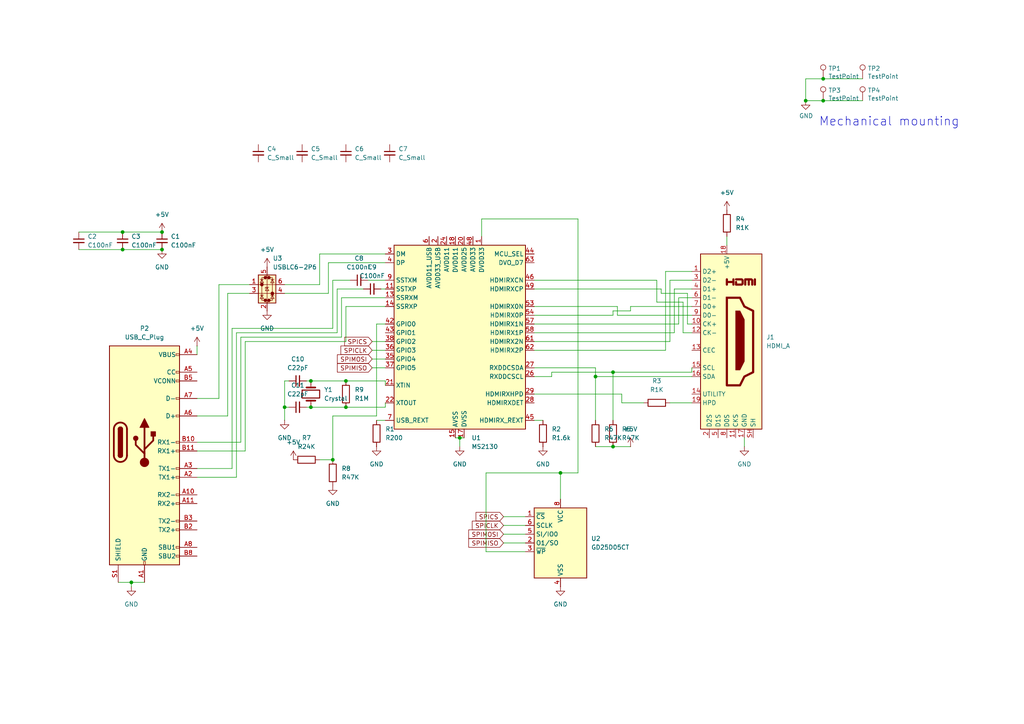
<source format=kicad_sch>
(kicad_sch (version 20250114) (generator "eeschema") (generator_version "9.0")
  (paper "A4")
  (title_block (title "Expansion Card Template") (date "2020-12-12") (rev "X1") (company "Framework") (comment 1 "This work is licensed under a Creative Commons Attribution 4.0 International License") (comment 4 "https://frame.work"))
  (lib_symbols
    (symbol "Connector:HDMI_A"
      (property "Reference" "J" (at -6.35 26.67 0))
      (property "Value" "HDMI_A" (at 10.16 26.67 0))
      (symbol "HDMI_A_0_0"
        (polyline (pts (xy 0 16.51) (xy 0 18.034) (xy 0 17.272) (xy 1.905 17.272) (xy 1.905 18.034) (xy 1.905 16.51)) (stroke (width 0.635)))
        (polyline (pts (xy 2.667 18.034) (xy 4.318 18.034) (xy 4.572 17.78) (xy 4.572 16.764) (xy 4.318 16.51) (xy 2.667 16.51) (xy 2.667 17.272)) (stroke (width 0.635)))
        (polyline (pts (xy 8.128 16.51) (xy 8.128 18.034)) (stroke (width 0.635)))
      )
      (symbol "HDMI_A_0_1"
        (rectangle (start -7.62 25.4) (end 10.16 -25.4) (stroke (width 0.254)) (fill (type background)))
        (polyline (pts (xy 0 12.7) (xy 0 -12.7) (xy 3.81 -12.7) (xy 5.08 -10.16) (xy 7.62 -8.89) (xy 7.62 8.89) (xy 5.08 10.16) (xy 3.81 12.7) (xy 0 12.7)) (stroke (width 0.635)))
        (polyline (pts (xy 2.54 8.89) (xy 3.81 8.89) (xy 5.08 6.35) (xy 5.08 -5.715) (xy 3.81 -8.255) (xy 2.54 -8.255) (xy 2.54 8.89)) (fill (type outline)))
        (polyline (pts (xy 5.334 16.51) (xy 5.334 18.034) (xy 6.35 18.034) (xy 6.35 16.51) (xy 6.35 18.034) (xy 7.112 18.034) (xy 7.366 17.78) (xy 7.366 16.51)) (stroke (width 0.635)))
      )
      (symbol "HDMI_A_1_1"
        (pin passive line (at -10.16 20.32 0) (length 2.54) (name "D2+") (number "1"))
        (pin passive line (at -10.16 17.78 0) (length 2.54) (name "D2-") (number "3"))
        (pin passive line (at -10.16 15.24 0) (length 2.54) (name "D1+") (number "4"))
        (pin passive line (at -10.16 12.7 0) (length 2.54) (name "D1-") (number "6"))
        (pin passive line (at -10.16 10.16 0) (length 2.54) (name "D0+") (number "7"))
        (pin passive line (at -10.16 7.62 0) (length 2.54) (name "D0-") (number "9"))
        (pin passive line (at -10.16 5.08 0) (length 2.54) (name "CK+") (number "10"))
        (pin passive line (at -10.16 2.54 0) (length 2.54) (name "CK-") (number "12"))
        (pin bidirectional line (at -10.16 -2.54 0) (length 2.54) (name "CEC") (number "13"))
        (pin passive line (at -10.16 -7.62 0) (length 2.54) (name "SCL") (number "15"))
        (pin bidirectional line (at -10.16 -10.16 0) (length 2.54) (name "SDA") (number "16"))
        (pin passive line (at -10.16 -15.24 0) (length 2.54) (name "UTILITY") (number "14"))
        (pin passive line (at -10.16 -17.78 0) (length 2.54) (name "HPD") (number "19"))
        (pin power_in line (at -5.08 -27.94 90) (length 2.54) (name "D2S") (number "2"))
        (pin power_in line (at -2.54 -27.94 90) (length 2.54) (name "D1S") (number "5"))
        (pin power_in line (at 0 27.94 270) (length 2.54) (name "+5V") (number "18"))
        (pin power_in line (at 0 -27.94 90) (length 2.54) (name "D0S") (number "8"))
        (pin power_in line (at 2.54 -27.94 90) (length 2.54) (name "CKS") (number "11"))
        (pin power_in line (at 5.08 -27.94 90) (length 2.54) (name "GND") (number "17"))
        (pin passive line (at 7.62 -27.94 90) (length 2.54) (name "SH") (number "SH"))
      )
    )
    (symbol "Connector:TestPoint" (pin_numbers (hide yes)) (pin_names (offset 0.762) (hide yes))
      (property "Reference" "TP" (at 0 6.858 0))
      (property "Value" "TestPoint" (at 0 5.08 0))
      (symbol "TestPoint_0_1"
        (circle (center 0 3.302) (radius 0.762))
      )
      (symbol "TestPoint_1_1"
        (pin passive line (at 0 0 90) (length 2.54) (name "1") (number "1"))
      )
    )
    (symbol "Connector:USB_C_Plug" (pin_names (offset 1.016))
      (property "Reference" "P" (at -10.16 29.21 0))
      (property "Value" "USB_C_Plug" (at 10.16 29.21 0))
      (symbol "USB_C_Plug_0_0"
        (rectangle (start -0.254 -35.56) (end 0.254 -34.544))
        (rectangle (start 10.16 25.654) (end 9.144 25.146))
        (rectangle (start 10.16 20.574) (end 9.144 20.066))
        (rectangle (start 10.16 18.034) (end 9.144 17.526))
        (rectangle (start 10.16 12.954) (end 9.144 12.446))
        (rectangle (start 10.16 7.874) (end 9.144 7.366))
        (rectangle (start 10.16 0.254) (end 9.144 -0.254))
        (rectangle (start 10.16 -2.286) (end 9.144 -2.794))
        (rectangle (start 10.16 -7.366) (end 9.144 -7.874))
        (rectangle (start 10.16 -9.906) (end 9.144 -10.414))
        (rectangle (start 10.16 -14.986) (end 9.144 -15.494))
        (rectangle (start 10.16 -17.526) (end 9.144 -18.034))
        (rectangle (start 10.16 -22.606) (end 9.144 -23.114))
        (rectangle (start 10.16 -25.146) (end 9.144 -25.654))
        (rectangle (start 10.16 -30.226) (end 9.144 -30.734))
        (rectangle (start 10.16 -32.766) (end 9.144 -33.274))
      )
      (symbol "USB_C_Plug_0_1"
        (rectangle (start -10.16 27.94) (end 10.16 -35.56) (stroke (width 0.254)) (fill (type background)))
        (polyline (pts (xy -8.89 -3.81) (xy -8.89 3.81)) (stroke (width 0.508)))
        (rectangle (start -7.62 -3.81) (end -6.35 3.81) (stroke (width 0.254)) (fill (type outline)))
        (arc (start -7.62 3.81) (mid -6.985 4.4423) (end -6.35 3.81) (stroke (width 0.254)))
        (arc (start -7.62 3.81) (mid -6.985 4.4423) (end -6.35 3.81) (stroke (width 0.254)) (fill (type outline)))
        (arc (start -8.89 3.81) (mid -6.985 5.7067) (end -5.08 3.81) (stroke (width 0.508)))
        (arc (start -5.08 -3.81) (mid -6.985 -5.7067) (end -8.89 -3.81) (stroke (width 0.508)))
        (arc (start -6.35 -3.81) (mid -6.985 -4.4423) (end -7.62 -3.81) (stroke (width 0.254)))
        (arc (start -6.35 -3.81) (mid -6.985 -4.4423) (end -7.62 -3.81) (stroke (width 0.254)) (fill (type outline)))
        (polyline (pts (xy -5.08 3.81) (xy -5.08 -3.81)) (stroke (width 0.508)))
      )
      (symbol "USB_C_Plug_1_1"
        (circle (center -2.54 1.143) (radius 0.635) (stroke (width 0.254)) (fill (type outline)))
        (polyline (pts (xy -1.27 4.318) (xy 0 6.858) (xy 1.27 4.318) (xy -1.27 4.318)) (stroke (width 0.254)) (fill (type outline)))
        (polyline (pts (xy 0 -2.032) (xy 2.54 0.508) (xy 2.54 1.778)) (stroke (width 0.508)))
        (polyline (pts (xy 0 -3.302) (xy -2.54 -0.762) (xy -2.54 0.508)) (stroke (width 0.508)))
        (polyline (pts (xy 0 -5.842) (xy 0 4.318)) (stroke (width 0.508)))
        (circle (center 0 -5.842) (radius 1.27) (fill (type outline)))
        (rectangle (start 1.905 1.778) (end 3.175 3.048) (stroke (width 0.254)) (fill (type outline)))
        (pin passive line (at -7.62 -40.64 90) (length 5.08) (name "SHIELD") (number "S1"))
        (pin passive line (at 0 -40.64 90) (length 5.08) (name "GND") (number "A1"))
        (pin passive line (at 0 -40.64 90) (length 5.08) (hide yes) (name "GND") (number "A12"))
        (pin passive line (at 0 -40.64 90) (length 5.08) (hide yes) (name "GND") (number "B1"))
        (pin passive line (at 0 -40.64 90) (length 5.08) (hide yes) (name "GND") (number "B12"))
        (pin passive line (at 15.24 25.4 180) (length 5.08) (name "VBUS") (number "A4"))
        (pin passive line (at 15.24 25.4 180) (length 5.08) (hide yes) (name "VBUS") (number "A9"))
        (pin passive line (at 15.24 25.4 180) (length 5.08) (hide yes) (name "VBUS") (number "B4"))
        (pin passive line (at 15.24 25.4 180) (length 5.08) (hide yes) (name "VBUS") (number "B9"))
        (pin bidirectional line (at 15.24 20.32 180) (length 5.08) (name "CC") (number "A5"))
        (pin bidirectional line (at 15.24 17.78 180) (length 5.08) (name "VCONN") (number "B5"))
        (pin bidirectional line (at 15.24 12.7 180) (length 5.08) (name "D-") (number "A7"))
        (pin bidirectional line (at 15.24 7.62 180) (length 5.08) (name "D+") (number "A6"))
        (pin bidirectional line (at 15.24 0 180) (length 5.08) (name "RX1-") (number "B10"))
        (pin bidirectional line (at 15.24 -2.54 180) (length 5.08) (name "RX1+") (number "B11"))
        (pin bidirectional line (at 15.24 -7.62 180) (length 5.08) (name "TX1-") (number "A3"))
        (pin bidirectional line (at 15.24 -10.16 180) (length 5.08) (name "TX1+") (number "A2"))
        (pin bidirectional line (at 15.24 -15.24 180) (length 5.08) (name "RX2-") (number "A10"))
        (pin bidirectional line (at 15.24 -17.78 180) (length 5.08) (name "RX2+") (number "A11"))
        (pin bidirectional line (at 15.24 -22.86 180) (length 5.08) (name "TX2-") (number "B3"))
        (pin bidirectional line (at 15.24 -25.4 180) (length 5.08) (name "TX2+") (number "B2"))
        (pin bidirectional line (at 15.24 -30.48 180) (length 5.08) (name "SBU1") (number "A8"))
        (pin bidirectional line (at 15.24 -33.02 180) (length 5.08) (name "SBU2") (number "B8"))
      )
    )
    (symbol "Device:C_Small" (pin_numbers (hide yes)) (pin_names (offset 0.254) (hide yes))
      (property "Reference" "C" (at 0.254 1.778 0))
      (property "Value" "C_Small" (at 0.254 -2.032 0))
      (symbol "C_Small_0_1"
        (polyline (pts (xy -1.524 0.508) (xy 1.524 0.508)) (stroke (width 0.3048)))
        (polyline (pts (xy -1.524 -0.508) (xy 1.524 -0.508)) (stroke (width 0.3302)))
      )
      (symbol "C_Small_1_1"
        (pin passive line (at 0 2.54 270) (length 2.032) (name "~") (number "1"))
        (pin passive line (at 0 -2.54 90) (length 2.032) (name "~") (number "2"))
      )
    )
    (symbol "Device:Crystal" (pin_numbers (hide yes)) (pin_names (offset 1.016) (hide yes))
      (property "Reference" "Y" (at 0 3.81 0))
      (property "Value" "Crystal" (at 0 -3.81 0))
      (symbol "Crystal_0_1"
        (polyline (pts (xy -2.54 0) (xy -1.905 0)))
        (polyline (pts (xy -1.905 -1.27) (xy -1.905 1.27)) (stroke (width 0.508)))
        (rectangle (start -1.143 2.54) (end 1.143 -2.54) (stroke (width 0.3048)))
        (polyline (pts (xy 1.905 -1.27) (xy 1.905 1.27)) (stroke (width 0.508)))
        (polyline (pts (xy 2.54 0) (xy 1.905 0)))
      )
      (symbol "Crystal_1_1"
        (pin passive line (at -3.81 0 0) (length 1.27) (name "1") (number "1"))
        (pin passive line (at 3.81 0 180) (length 1.27) (name "2") (number "2"))
      )
    )
    (symbol "Device:R" (pin_numbers (hide yes)) (pin_names (offset 0))
      (property "Reference" "R" (at 2.032 0 90))
      (property "Value" "R" (at 0 0 90))
      (symbol "R_0_1"
        (rectangle (start -1.016 -2.54) (end 1.016 2.54) (stroke (width 0.254)))
      )
      (symbol "R_1_1"
        (pin passive line (at 0 3.81 270) (length 1.27) (name "~") (number "1"))
        (pin passive line (at 0 -3.81 90) (length 1.27) (name "~") (number "2"))
      )
    )
    (symbol "Interface_USB:MS2130"
      (property "Reference" "U" (at -16.764 26.924 0))
      (property "Value" "MS2130" (at 16.256 26.924 0))
      (symbol "MS2130_1_1"
        (rectangle (start -17.78 25.4) (end 20.32 -27.94) (stroke (width 0.254)) (fill (type background)))
        (pin bidirectional line (at -20.32 22.86 0) (length 2.54) (name "DM") (number "3"))
        (pin bidirectional line (at -20.32 20.32 0) (length 2.54) (name "DP") (number "4"))
        (pin output line (at -20.32 15.24 0) (length 2.54) (name "SSTXM") (number "9"))
        (pin output line (at -20.32 12.7 0) (length 2.54) (name "SSTXP") (number "11"))
        (pin input line (at -20.32 10.16 0) (length 2.54) (name "SSRXM") (number "13"))
        (pin input line (at -20.32 7.62 0) (length 2.54) (name "SSRXP") (number "14"))
        (pin bidirectional line (at -20.32 2.54 0) (length 2.54) (name "GPIO0") (number "42"))
        (pin bidirectional line (at -20.32 0 0) (length 2.54) (name "GPIO1") (number "43"))
        (pin bidirectional line (at -20.32 -2.54 0) (length 2.54) (name "GPIO2") (number "38"))
        (pin bidirectional line (at -20.32 -5.08 0) (length 2.54) (name "GPIO3") (number "36"))
        (pin bidirectional line (at -20.32 -7.62 0) (length 2.54) (name "GPIO4") (number "35"))
        (pin bidirectional line (at -20.32 -10.16 0) (length 2.54) (name "GPIO5") (number "37"))
        (pin input line (at -20.32 -15.24 0) (length 2.54) (name "XTIN") (number "21"))
        (pin output line (at -20.32 -20.32 0) (length 2.54) (name "XTOUT") (number "22"))
        (pin output line (at -20.32 -25.4 0) (length 2.54) (name "USB_REXT") (number "7"))
        (pin passive line (at -7.62 27.94 270) (length 2.54) (hide yes) (name "AVDD11_USB") (number "10"))
        (pin passive line (at -7.62 27.94 270) (length 2.54) (hide yes) (name "AVDD11_USB") (number "12"))
        (pin power_in line (at -7.62 27.94 270) (length 2.54) (name "AVDD11_USB") (number "6"))
        (pin power_in line (at -5.08 27.94 270) (length 2.54) (name "AVDD33_USB") (number "2"))
        (pin passive line (at -5.08 27.94 270) (length 2.54) (hide yes) (name "AVDD33_USB") (number "5"))
        (pin passive line (at -5.08 27.94 270) (length 2.54) (hide yes) (name "AVDD33_USB") (number "8"))
        (pin power_in line (at -2.54 27.94 270) (length 2.54) (name "AVDD11") (number "24"))
        (pin passive line (at -2.54 27.94 270) (length 2.54) (hide yes) (name "AVDD11") (number "51"))
        (pin passive line (at -2.54 27.94 270) (length 2.54) (hide yes) (name "AVDD11") (number "55"))
        (pin passive line (at -2.54 27.94 270) (length 2.54) (hide yes) (name "AVDD11") (number "59"))
        (pin power_in line (at 0 27.94 270) (length 2.54) (name "DVDD11") (number "18"))
        (pin passive line (at 0 27.94 270) (length 2.54) (hide yes) (name "DVDD11") (number "39"))
        (pin power_in line (at 0 -30.48 90) (length 2.54) (name "AVSS") (number "15"))
        (pin passive line (at 0 -30.48 90) (length 2.54) (hide yes) (name "AVSS") (number "19"))
        (pin passive line (at 0 -30.48 90) (length 2.54) (hide yes) (name "AVSS") (number "25"))
        (pin passive line (at 0 -30.48 90) (length 2.54) (hide yes) (name "AVSS") (number "50"))
        (pin passive line (at 0 -30.48 90) (length 2.54) (hide yes) (name "AVSS") (number "65"))
        (pin power_in line (at 2.54 27.94 270) (length 2.54) (name "AVDD25") (number "20"))
        (pin passive line (at 2.54 27.94 270) (length 2.54) (hide yes) (name "AVDD25") (number "23"))
        (pin passive line (at 2.54 27.94 270) (length 2.54) (hide yes) (name "AVDD25") (number "47"))
        (pin power_in line (at 2.54 -30.48 90) (length 2.54) (name "DVSS") (number "17"))
        (pin passive line (at 2.54 -30.48 90) (length 2.54) (hide yes) (name "DVSS") (number "30"))
        (pin passive line (at 2.54 -30.48 90) (length 2.54) (hide yes) (name "DVSS") (number "32"))
        (pin passive line (at 2.54 -30.48 90) (length 2.54) (hide yes) (name "DVSS") (number "34"))
        (pin passive line (at 2.54 -30.48 90) (length 2.54) (hide yes) (name "DVSS") (number "40"))
        (pin passive line (at 2.54 -30.48 90) (length 2.54) (hide yes) (name "DVSS") (number "64"))
        (pin power_in line (at 5.08 27.94 270) (length 2.54) (name "AVDD33") (number "48"))
        (pin passive line (at 5.08 27.94 270) (length 2.54) (hide yes) (name "AVDD33") (number "52"))
        (pin passive line (at 5.08 27.94 270) (length 2.54) (hide yes) (name "AVDD33") (number "56"))
        (pin passive line (at 5.08 27.94 270) (length 2.54) (hide yes) (name "AVDD33") (number "60"))
        (pin power_in line (at 7.62 27.94 270) (length 2.54) (name "DVDD33") (number "1"))
        (pin passive line (at 7.62 27.94 270) (length 2.54) (hide yes) (name "DVDD33") (number "16"))
        (pin passive line (at 7.62 27.94 270) (length 2.54) (hide yes) (name "DVDD33") (number "31"))
        (pin passive line (at 7.62 27.94 270) (length 2.54) (hide yes) (name "DVDD33") (number "33"))
        (pin passive line (at 7.62 27.94 270) (length 2.54) (hide yes) (name "DVDD33") (number "41"))
        (pin input line (at 22.86 22.86 180) (length 2.54) (name "MCU_SEL") (number "44"))
        (pin output line (at 22.86 20.32 180) (length 2.54) (name "DVO_D7") (number "63"))
        (pin input line (at 22.86 15.24 180) (length 2.54) (name "HDMIRXCN") (number "46"))
        (pin input line (at 22.86 12.7 180) (length 2.54) (name "HDMIRXCP") (number "49"))
        (pin input line (at 22.86 7.62 180) (length 2.54) (name "HDMIRX0N") (number "53"))
        (pin input line (at 22.86 5.08 180) (length 2.54) (name "HDMIRX0P") (number "54"))
        (pin input line (at 22.86 2.54 180) (length 2.54) (name "HDMIRX1N") (number "57"))
        (pin input line (at 22.86 0 180) (length 2.54) (name "HDMIRX1P") (number "58"))
        (pin input line (at 22.86 -2.54 180) (length 2.54) (name "HDMIRX2N") (number "61"))
        (pin input line (at 22.86 -5.08 180) (length 2.54) (name "HDMIRX2P") (number "62"))
        (pin bidirectional line (at 22.86 -10.16 180) (length 2.54) (name "RXDDCSDA") (number "27"))
        (pin input line (at 22.86 -12.7 180) (length 2.54) (name "RXDDCSCL") (number "26"))
        (pin output line (at 22.86 -17.78 180) (length 2.54) (name "HDMIRXHPD") (number "29"))
        (pin input line (at 22.86 -20.32 180) (length 2.54) (name "HDMIRXDET") (number "28"))
        (pin output line (at 22.86 -25.4 180) (length 2.54) (name "HDMIRX_REXT") (number "45"))
      )
    )
    (symbol "Memory_Flash:GD25D05CT"
      (property "Reference" "U" (at 2.54 12.7 0))
      (property "Value" "GD25D05CT" (at 8.89 8.89 0))
      (symbol "GD25D05CT_0_1"
        (rectangle (start -7.62 10.16) (end 7.62 -10.16) (stroke (width 0.254)) (fill (type background)))
      )
      (symbol "GD25D05CT_1_1"
        (pin input line (at -10.16 7.62 0) (length 2.54) (name "~{CS}") (number "1"))
        (pin input line (at -10.16 5.08 0) (length 2.54) (name "SCLK") (number "6"))
        (pin bidirectional line (at -10.16 2.54 0) (length 2.54) (name "SI/IO0") (number "5"))
        (pin output line (at -10.16 0 0) (length 2.54) (name "O1/SO") (number "2"))
        (pin input line (at -10.16 -2.54 0) (length 2.54) (name "~{WP}") (number "3"))
        (pin no_connect line (at -7.62 -5.08 0) (length 2.54) (hide yes) (name "NC") (number "7"))
        (pin power_in line (at 0 12.7 270) (length 2.54) (name "VCC") (number "8"))
        (pin power_in line (at 0 -12.7 90) (length 2.54) (name "VSS") (number "4"))
      )
    )
    (symbol "Power_Protection:USBLC6-2P6" (pin_names (hide yes))
      (property "Reference" "U" (at 0.635 5.715 0))
      (property "Value" "USBLC6-2P6" (at 0.635 3.81 0))
      (symbol "USBLC6-2P6_0_0"
        (circle (center -1.524 0) (radius 0.0001) (stroke (width 0.508)))
        (circle (center -0.508 2.032) (radius 0.0001) (stroke (width 0.508)))
        (circle (center -0.508 -4.572) (radius 0.0001) (stroke (width 0.508)))
        (circle (center 0.508 2.032) (radius 0.0001) (stroke (width 0.508)))
        (circle (center 0.508 -4.572) (radius 0.0001) (stroke (width 0.508)))
        (circle (center 1.524 -2.54) (radius 0.0001) (stroke (width 0.508)))
      )
      (symbol "USBLC6-2P6_0_1"
        (polyline (pts (xy -2.54 0) (xy 2.54 0)))
        (polyline (pts (xy -2.54 -2.54) (xy 2.54 -2.54)))
        (polyline (pts (xy -2.032 0.508) (xy -1.016 0.508) (xy -1.524 1.524) (xy -2.032 0.508)))
        (polyline (pts (xy -2.032 -3.048) (xy -1.016 -3.048)))
        (polyline (pts (xy -1.016 1.524) (xy -2.032 1.524)))
        (polyline (pts (xy -1.016 -4.064) (xy -2.032 -4.064) (xy -1.524 -3.048) (xy -1.016 -4.064)))
        (polyline (pts (xy -0.508 -1.143) (xy -0.508 -0.762) (xy 0.508 -0.762)))
        (polyline (pts (xy 0 2.54) (xy -0.508 2.032) (xy 0.508 2.032) (xy 0 1.524) (xy 0 -4.064) (xy -0.508 -4.572) (xy 0.508 -4.572) (xy 0 -5.08)))
        (polyline (pts (xy 0.508 -1.778) (xy -0.508 -1.778) (xy 0 -0.762) (xy 0.508 -1.778)))
        (polyline (pts (xy 1.016 1.524) (xy 2.032 1.524)))
        (polyline (pts (xy 1.016 -3.048) (xy 2.032 -3.048)))
        (polyline (pts (xy 2.032 0.508) (xy 1.016 0.508) (xy 1.524 1.524) (xy 2.032 0.508)))
        (polyline (pts (xy 2.032 -4.064) (xy 1.016 -4.064) (xy 1.524 -3.048) (xy 2.032 -4.064)))
      )
      (symbol "USBLC6-2P6_1_1"
        (rectangle (start -2.54 2.794) (end 2.54 -5.334) (stroke (width 0.254)) (fill (type background)))
        (polyline (pts (xy -0.508 2.032) (xy -1.524 2.032) (xy -1.524 -4.572) (xy -0.508 -4.572)))
        (polyline (pts (xy 0.508 -4.572) (xy 1.524 -4.572) (xy 1.524 2.032) (xy 0.508 2.032)))
        (pin passive line (at -5.08 0 0) (length 2.54) (name "I/O1") (number "1"))
        (pin passive line (at -5.08 -2.54 0) (length 2.54) (name "I/O2") (number "3"))
        (pin passive line (at 0 5.08 270) (length 2.54) (name "VBUS") (number "5"))
        (pin passive line (at 0 -7.62 90) (length 2.54) (name "GND") (number "2"))
        (pin passive line (at 5.08 0 180) (length 2.54) (name "I/O1") (number "6"))
        (pin passive line (at 5.08 -2.54 180) (length 2.54) (name "I/O2") (number "4"))
      )
    )
    (symbol "power:+5V" (power) (pin_numbers (hide yes)) (pin_names (offset 0) (hide yes))
      (property "Value" "+5V" (at 0 3.556 0))
      (symbol "+5V_0_1"
        (polyline (pts (xy -0.762 1.27) (xy 0 2.54)))
        (polyline (pts (xy 0 2.54) (xy 0.762 1.27)))
        (polyline (pts (xy 0 0) (xy 0 2.54)))
      )
      (symbol "+5V_1_1"
        (pin power_in line (at 0 0 90) (length 0) (name "~") (number "1"))
      )
    )
    (symbol "power:GND" (power) (pin_numbers (hide yes)) (pin_names (offset 0) (hide yes))
      (property "Value" "GND" (at 0 -3.81 0))
      (symbol "GND_0_1"
        (polyline (pts (xy 0 0) (xy 0 -1.27) (xy 1.27 -1.27) (xy 0 -2.54) (xy -1.27 -1.27) (xy 0 -1.27)))
      )
      (symbol "GND_1_1"
        (pin power_in line (at 0 0 270) (length 0) (name "~") (number "1"))
      )
    )
  )
  (text "Mechanical mounting" (at 237.49 36.83 0) (effects (font (size 2.54 2.54)) (justify left bottom)))
  (junction (at 238.76 29.21))
  (junction (at 38.1 168.91))
  (junction (at 90.17 118.11))
  (junction (at 35.56 72.39))
  (junction (at 100.33 110.49))
  (junction (at 82.55 118.11))
  (junction (at 177.8 107.95))
  (junction (at 90.17 110.49))
  (junction (at 162.56 137.16))
  (junction (at 238.76 22.86))
  (junction (at 100.33 118.11))
  (junction (at 46.99 72.39))
  (junction (at 172.72 109.22))
  (junction (at 35.56 67.31))
  (junction (at 233.68 29.21))
  (junction (at 133.35 127))
  (junction (at 177.8 129.54))
  (junction (at 46.99 67.31))
  (junction (at 96.52 133.35))
  (wire (pts (xy 133.35 127) (xy 134.62 127)))
  (wire (pts (xy 198.12 96.52) (xy 200.66 96.52)))
  (wire (pts (xy 22.86 67.31) (xy 35.56 67.31)))
  (wire (pts (xy 215.9 127) (xy 215.9 129.54)))
  (wire (pts (xy 132.08 127) (xy 133.35 127)))
  (wire (pts (xy 57.15 100.33) (xy 57.15 102.87)))
  (wire (pts (xy 179.07 88.9) (xy 179.07 91.44)))
  (wire (pts (xy 154.94 109.22) (xy 160.02 109.22)))
  (wire (pts (xy 63.5 82.55) (xy 63.5 115.57)))
  (wire (pts (xy 154.94 91.44) (xy 177.8 91.44)))
  (wire (pts (xy 72.39 85.09) (xy 66.04 85.09)))
  (wire (pts (xy 71.12 99.06) (xy 71.12 130.81)))
  (wire (pts (xy 199.39 93.98) (xy 200.66 93.98)))
  (wire (pts (xy 196.85 86.36) (xy 200.66 86.36)))
  (wire (pts (xy 191.77 83.82) (xy 191.77 85.09)))
  (wire (pts (xy 96.52 81.28) (xy 101.6 81.28)))
  (wire (pts (xy 88.9 118.11) (xy 90.17 118.11)))
  (wire (pts (xy 111.76 76.2) (xy 95.25 76.2)))
  (wire (pts (xy 109.22 121.92) (xy 111.76 121.92)))
  (wire (pts (xy 160.02 109.22) (xy 160.02 107.95)))
  (wire (pts (xy 167.64 63.5) (xy 167.64 137.16)))
  (wire (pts (xy 92.71 82.55) (xy 82.55 82.55)))
  (wire (pts (xy 38.1 168.91) (xy 41.91 168.91)))
  (wire (pts (xy 154.94 121.92) (xy 157.48 121.92)))
  (wire (pts (xy 182.88 90.17) (xy 182.88 88.9)))
  (wire (pts (xy 190.5 87.63) (xy 198.12 87.63)))
  (wire (pts (xy 111.76 88.9) (xy 100.33 88.9)))
  (wire (pts (xy 154.94 96.52) (xy 195.58 96.52)))
  (wire (pts (xy 154.94 99.06) (xy 194.31 99.06)))
  (wire (pts (xy 107.95 99.06) (xy 111.76 99.06)))
  (wire (pts (xy 100.33 110.49) (xy 111.76 110.49)))
  (wire (pts (xy 57.15 128.27) (xy 69.85 128.27)))
  (wire (pts (xy 177.8 90.17) (xy 182.88 90.17)))
  (wire (pts (xy 160.02 107.95) (xy 177.8 107.95)))
  (wire (pts (xy 194.31 116.84) (xy 200.66 116.84)))
  (wire (pts (xy 180.34 116.84) (xy 186.69 116.84)))
  (wire (pts (xy 95.25 85.09) (xy 82.55 85.09)))
  (wire (pts (xy 109.22 120.65) (xy 96.52 120.65)))
  (wire (pts (xy 250.19 22.86) (xy 238.76 22.86)))
  (wire (pts (xy 177.8 107.95) (xy 200.66 107.95)))
  (wire (pts (xy 162.56 137.16) (xy 162.56 144.78)))
  (wire (pts (xy 111.76 110.49) (xy 111.76 111.76)))
  (wire (pts (xy 109.22 93.98) (xy 109.22 120.65)))
  (wire (pts (xy 107.95 106.68) (xy 111.76 106.68)))
  (wire (pts (xy 66.04 85.09) (xy 66.04 120.65)))
  (wire (pts (xy 154.94 106.68) (xy 172.72 106.68)))
  (wire (pts (xy 172.72 129.54) (xy 177.8 129.54)))
  (wire (pts (xy 69.85 97.79) (xy 69.85 128.27)))
  (wire (pts (xy 238.76 29.21) (xy 233.68 29.21)))
  (wire (pts (xy 199.39 85.09) (xy 199.39 93.98)))
  (wire (pts (xy 83.82 110.49) (xy 82.55 110.49)))
  (wire (pts (xy 238.76 22.86) (xy 233.68 22.86)))
  (wire (pts (xy 38.1 168.91) (xy 38.1 170.18)))
  (wire (pts (xy 193.04 101.6) (xy 193.04 78.74)))
  (wire (pts (xy 97.79 83.82) (xy 97.79 96.52)))
  (wire (pts (xy 66.04 120.65) (xy 57.15 120.65)))
  (wire (pts (xy 34.29 168.91) (xy 38.1 168.91)))
  (wire (pts (xy 233.68 22.86) (xy 233.68 29.21)))
  (wire (pts (xy 250.19 29.21) (xy 238.76 29.21)))
  (wire (pts (xy 110.49 83.82) (xy 111.76 83.82)))
  (wire (pts (xy 146.05 149.86) (xy 152.4 149.86)))
  (wire (pts (xy 195.58 83.82) (xy 200.66 83.82)))
  (wire (pts (xy 140.97 137.16) (xy 140.97 160.02)))
  (wire (pts (xy 97.79 96.52) (xy 68.58 96.52)))
  (wire (pts (xy 35.56 72.39) (xy 46.99 72.39)))
  (wire (pts (xy 68.58 138.43) (xy 57.15 138.43)))
  (wire (pts (xy 92.71 73.66) (xy 92.71 82.55)))
  (wire (pts (xy 180.34 114.3) (xy 180.34 116.84)))
  (wire (pts (xy 162.56 137.16) (xy 140.97 137.16)))
  (wire (pts (xy 67.31 95.25) (xy 67.31 135.89)))
  (wire (pts (xy 146.05 152.4) (xy 152.4 152.4)))
  (wire (pts (xy 90.17 110.49) (xy 100.33 110.49)))
  (wire (pts (xy 100.33 99.06) (xy 71.12 99.06)))
  (wire (pts (xy 194.31 81.28) (xy 200.66 81.28)))
  (wire (pts (xy 96.52 95.25) (xy 67.31 95.25)))
  (wire (pts (xy 88.9 110.49) (xy 90.17 110.49)))
  (wire (pts (xy 177.8 107.95) (xy 177.8 121.92)))
  (wire (pts (xy 154.94 114.3) (xy 180.34 114.3)))
  (wire (pts (xy 139.7 63.5) (xy 167.64 63.5)))
  (wire (pts (xy 111.76 73.66) (xy 92.71 73.66)))
  (wire (pts (xy 82.55 118.11) (xy 82.55 121.92)))
  (wire (pts (xy 67.31 135.89) (xy 57.15 135.89)))
  (wire (pts (xy 107.95 104.14) (xy 111.76 104.14)))
  (wire (pts (xy 71.12 130.81) (xy 57.15 130.81)))
  (wire (pts (xy 154.94 81.28) (xy 190.5 81.28)))
  (wire (pts (xy 140.97 160.02) (xy 152.4 160.02)))
  (wire (pts (xy 172.72 109.22) (xy 200.66 109.22)))
  (wire (pts (xy 177.8 91.44) (xy 177.8 90.17)))
  (wire (pts (xy 190.5 81.28) (xy 190.5 87.63)))
  (wire (pts (xy 172.72 106.68) (xy 172.72 109.22)))
  (wire (pts (xy 172.72 109.22) (xy 172.72 121.92)))
  (wire (pts (xy 35.56 67.31) (xy 46.99 67.31)))
  (wire (pts (xy 63.5 115.57) (xy 57.15 115.57)))
  (wire (pts (xy 92.71 133.35) (xy 96.52 133.35)))
  (wire (pts (xy 133.35 127) (xy 133.35 129.54)))
  (wire (pts (xy 90.17 118.11) (xy 100.33 118.11)))
  (wire (pts (xy 111.76 118.11) (xy 111.76 116.84)))
  (wire (pts (xy 96.52 120.65) (xy 96.52 133.35)))
  (wire (pts (xy 210.82 68.58) (xy 210.82 71.12)))
  (wire (pts (xy 154.94 88.9) (xy 179.07 88.9)))
  (wire (pts (xy 154.94 101.6) (xy 193.04 101.6)))
  (wire (pts (xy 72.39 82.55) (xy 63.5 82.55)))
  (wire (pts (xy 154.94 83.82) (xy 191.77 83.82)))
  (wire (pts (xy 196.85 93.98) (xy 196.85 86.36)))
  (wire (pts (xy 100.33 118.11) (xy 111.76 118.11)))
  (wire (pts (xy 96.52 81.28) (xy 96.52 95.25)))
  (wire (pts (xy 146.05 157.48) (xy 152.4 157.48)))
  (wire (pts (xy 99.06 97.79) (xy 69.85 97.79)))
  (wire (pts (xy 99.06 86.36) (xy 99.06 97.79)))
  (wire (pts (xy 139.7 68.58) (xy 139.7 63.5)))
  (wire (pts (xy 193.04 78.74) (xy 200.66 78.74)))
  (wire (pts (xy 195.58 96.52) (xy 195.58 83.82)))
  (wire (pts (xy 179.07 91.44) (xy 200.66 91.44)))
  (wire (pts (xy 97.79 83.82) (xy 105.41 83.82)))
  (wire (pts (xy 200.66 107.95) (xy 200.66 106.68)))
  (wire (pts (xy 111.76 86.36) (xy 99.06 86.36)))
  (wire (pts (xy 146.05 154.94) (xy 152.4 154.94)))
  (wire (pts (xy 82.55 118.11) (xy 83.82 118.11)))
  (wire (pts (xy 194.31 99.06) (xy 194.31 81.28)))
  (wire (pts (xy 68.58 96.52) (xy 68.58 138.43)))
  (wire (pts (xy 182.88 88.9) (xy 200.66 88.9)))
  (wire (pts (xy 154.94 93.98) (xy 196.85 93.98)))
  (wire (pts (xy 106.68 81.28) (xy 111.76 81.28)))
  (wire (pts (xy 191.77 85.09) (xy 199.39 85.09)))
  (wire (pts (xy 107.95 101.6) (xy 111.76 101.6)))
  (wire (pts (xy 198.12 87.63) (xy 198.12 96.52)))
  (wire (pts (xy 111.76 93.98) (xy 109.22 93.98)))
  (wire (pts (xy 100.33 88.9) (xy 100.33 99.06)))
  (wire (pts (xy 95.25 76.2) (xy 95.25 85.09)))
  (wire (pts (xy 167.64 137.16) (xy 162.56 137.16)))
  (wire (pts (xy 22.86 72.39) (xy 35.56 72.39)))
  (wire (pts (xy 82.55 110.49) (xy 82.55 118.11)))
  (wire (pts (xy 177.8 129.54) (xy 182.88 129.54)))
  (global_label "SPIMISO" (shape input) (at 146.05 157.48 180) (property "Intersheetrefs" "${INTERSHEET_REFS}" (effects (hide yes))))
  (global_label "SPIMOSI" (shape input) (at 107.95 104.14 180) (property "Intersheetrefs" "${INTERSHEET_REFS}" (effects (hide yes))))
  (global_label "SPICS" (shape input) (at 107.95 99.06 180) (property "Intersheetrefs" "${INTERSHEET_REFS}" (effects (hide yes))))
  (global_label "SPICLK" (shape input) (at 146.05 152.4 180) (property "Intersheetrefs" "${INTERSHEET_REFS}" (effects (hide yes))))
  (global_label "SPICLK" (shape input) (at 107.95 101.6 180) (property "Intersheetrefs" "${INTERSHEET_REFS}" (effects (hide yes))))
  (global_label "SPICS" (shape input) (at 146.05 149.86 180) (property "Intersheetrefs" "${INTERSHEET_REFS}" (effects (hide yes))))
  (global_label "SPIMISO" (shape input) (at 107.95 106.68 180) (property "Intersheetrefs" "${INTERSHEET_REFS}" (effects (hide yes))))
  (global_label "SPIMOSI" (shape input) (at 146.05 154.94 180) (property "Intersheetrefs" "${INTERSHEET_REFS}" (effects (hide yes))))
  (symbol (lib_id "Connector:TestPoint") (at 250.19 22.86 0) (unit 1)
    (property "Reference" "TP2" (at 251.6632 19.8628 0) (effects (justify left)))
    (property "Value" "TestPoint" (at 251.6632 22.1742 0) (effects (justify left)))
    (property "Footprint" "TestPoint:TestPoint_Pad_1.5x1.5mm" (effects (hide yes)))
  )
  (symbol (lib_id "Connector:TestPoint") (at 238.76 22.86 0) (unit 1)
    (property "Reference" "TP1" (at 240.2332 19.8628 0) (effects (justify left)))
    (property "Value" "TestPoint" (at 240.2332 22.1742 0) (effects (justify left)))
    (property "Footprint" "TestPoint:TestPoint_Pad_1.5x1.5mm" (effects (hide yes)))
  )
  (symbol (lib_id "Connector:TestPoint") (at 238.76 29.21 0) (unit 1)
    (property "Reference" "TP3" (at 240.2332 26.2128 0) (effects (justify left)))
    (property "Value" "TestPoint" (at 240.2332 28.5242 0) (effects (justify left)))
    (property "Footprint" "TestPoint:TestPoint_Pad_1.5x1.5mm" (effects (hide yes)))
  )
  (symbol (lib_id "Connector:TestPoint") (at 250.19 29.21 0) (unit 1)
    (property "Reference" "TP4" (at 251.6632 26.2128 0) (effects (justify left)))
    (property "Value" "TestPoint" (at 251.6632 28.5242 0) (effects (justify left)))
    (property "Footprint" "TestPoint:TestPoint_Pad_1.5x1.5mm" (effects (hide yes)))
  )
  (symbol (lib_id "power:GND") (at 233.68 29.21 0) (unit 1)
    (property "Reference" "#PWR0101" (effects (hide yes)))
    (property "Value" "GND" (at 233.807 33.6042 0))
  )
  (symbol (lib_id "power:+5V") (at 57.15 100.33 0) (unit 1)
    (property "Reference" "#PWR09" (effects (hide yes)))
    (property "Value" "+5V" (at 57.15 95.25 0))
    (property "Description" "Power symbol creates a global label with name \"+5V\"" (effects (hide yes)))
  )
  (symbol (lib_id "Device:R") (at 190.5 116.84 90) (unit 1)
    (property "Reference" "R3" (at 190.5 110.49 90))
    (property "Value" "R1K" (at 190.5 113.03 90))
    (property "Footprint" "Resistor_SMD:R_0201_0603Metric" (effects (hide yes)))
    (property "Description" "Resistor" (effects (hide yes)))
  )
  (symbol (lib_id "Device:R") (at 172.72 125.73 0) (unit 1)
    (property "Reference" "R6" (at 175.26 124.4599 0) (effects (justify left)))
    (property "Value" "R47K" (at 175.26 126.9999 0) (effects (justify left)))
    (property "Footprint" "Resistor_SMD:R_0201_0603Metric" (effects (hide yes)))
    (property "Description" "Resistor" (effects (hide yes)))
  )
  (symbol (lib_id "Device:C_Small") (at 107.95 83.82 90) (unit 1)
    (property "Reference" "C9" (at 107.9563 77.47 90))
    (property "Value" "C100nF" (at 107.9563 80.01 90))
    (property "Footprint" "Capacitor_SMD:C_0201_0603Metric" (effects (hide yes)))
    (property "Description" "Unpolarized capacitor, small symbol" (effects (hide yes)))
  )
  (symbol (lib_id "Device:C_Small") (at 86.36 118.11 90) (unit 1)
    (property "Reference" "C11" (at 86.3663 111.76 90))
    (property "Value" "C22pF" (at 86.3663 114.3 90))
    (property "Footprint" "Capacitor_SMD:C_0201_0603Metric" (effects (hide yes)))
    (property "Description" "Unpolarized capacitor, small symbol" (effects (hide yes)))
  )
  (symbol (lib_id "power:GND") (at 82.55 121.92 0) (unit 1)
    (property "Reference" "#PWR02" (effects (hide yes)))
    (property "Value" "GND" (at 82.55 127 0))
    (property "Description" "Power symbol creates a global label with name \"GND\" , ground" (effects (hide yes)))
  )
  (symbol (lib_id "power:GND") (at 133.35 129.54 0) (unit 1)
    (property "Reference" "#PWR04" (effects (hide yes)))
    (property "Value" "GND" (at 133.35 134.62 0))
    (property "Description" "Power symbol creates a global label with name \"GND\" , ground" (effects (hide yes)))
  )
  (symbol (lib_id "Device:C_Small") (at 74.93 44.45 0) (unit 1)
    (property "Reference" "C4" (at 77.47 43.1862 0) (effects (justify left)))
    (property "Value" "C_Small" (at 77.47 45.7262 0) (effects (justify left)))
    (property "Footprint" "Capacitor_SMD:C_0201_0603Metric" (effects (hide yes)))
    (property "Description" "Unpolarized capacitor, small symbol" (effects (hide yes)))
  )
  (symbol (lib_id "power:+5V") (at 85.09 133.35 0) (unit 1)
    (property "Reference" "#PWR012" (effects (hide yes)))
    (property "Value" "+5V" (at 85.09 128.27 0))
    (property "Description" "Power symbol creates a global label with name \"+5V\"" (effects (hide yes)))
  )
  (symbol (lib_id "power:+5V") (at 182.88 129.54 0) (unit 1)
    (property "Reference" "#PWR014" (effects (hide yes)))
    (property "Value" "+5V" (at 182.88 124.46 0))
    (property "Description" "Power symbol creates a global label with name \"+5V\"" (effects (hide yes)))
  )
  (symbol (lib_id "Device:R") (at 177.8 125.73 0) (unit 1)
    (property "Reference" "R5" (at 180.34 124.4599 0) (effects (justify left)))
    (property "Value" "R47K" (at 180.34 126.9999 0) (effects (justify left)))
    (property "Footprint" "Resistor_SMD:R_0201_0603Metric" (effects (hide yes)))
    (property "Description" "Resistor" (effects (hide yes)))
  )
  (symbol (lib_id "power:GND") (at 77.47 90.17 0) (unit 1)
    (property "Reference" "#PWR08" (effects (hide yes)))
    (property "Value" "GND" (at 77.47 95.25 0))
    (property "Description" "Power symbol creates a global label with name \"GND\" , ground" (effects (hide yes)))
  )
  (symbol (lib_id "power:+5V") (at 77.47 77.47 0) (unit 1)
    (property "Reference" "#PWR010" (effects (hide yes)))
    (property "Value" "+5V" (at 77.47 72.39 0))
    (property "Description" "Power symbol creates a global label with name \"+5V\"" (effects (hide yes)))
  )
  (symbol (lib_id "Device:R") (at 88.9 133.35 90) (unit 1)
    (property "Reference" "R7" (at 88.9 127 90))
    (property "Value" "R24K" (at 88.9 129.54 90))
    (property "Footprint" "Resistor_SMD:R_0201_0603Metric" (effects (hide yes)))
    (property "Description" "Resistor" (effects (hide yes)))
  )
  (symbol (lib_id "Connector:USB_C_Plug") (at 41.91 128.27 0) (unit 1)
    (property "Reference" "P2" (at 41.91 95.25 0))
    (property "Value" "USB_C_Plug" (at 41.91 97.79 0))
    (property "Footprint" "Expansion_Card:USB_C_Plug_Molex_105444" (effects (hide yes)))
    (property "Datasheet" "https://www.usb.org/sites/default/files/documents/usb_type-c.zip" (effects (hide yes)))
    (property "Description" "USB Type-C Plug connector" (effects (hide yes)))
  )
  (symbol (lib_id "Device:C_Small") (at 35.56 69.85 0) (unit 1)
    (property "Reference" "C3" (at 38.1 68.5862 0) (effects (justify left)))
    (property "Value" "C100nF" (at 38.1 71.1262 0) (effects (justify left)))
    (property "Footprint" "Capacitor_SMD:C_0201_0603Metric" (effects (hide yes)))
    (property "Description" "Unpolarized capacitor, small symbol" (effects (hide yes)))
  )
  (symbol (lib_id "Device:R") (at 109.22 125.73 0) (unit 1)
    (property "Reference" "R1" (at 111.76 124.4599 0) (effects (justify left)))
    (property "Value" "R200" (at 111.76 126.9999 0) (effects (justify left)))
    (property "Footprint" "Resistor_SMD:R_0201_0603Metric" (effects (hide yes)))
    (property "Description" "Resistor" (effects (hide yes)))
  )
  (symbol (lib_id "Device:R") (at 96.52 137.16 0) (unit 1)
    (property "Reference" "R8" (at 99.06 135.8899 0) (effects (justify left)))
    (property "Value" "R47K" (at 99.06 138.4299 0) (effects (justify left)))
    (property "Footprint" "Resistor_SMD:R_0201_0603Metric" (effects (hide yes)))
    (property "Description" "Resistor" (effects (hide yes)))
  )
  (symbol (lib_id "Device:C_Small") (at 86.36 110.49 90) (unit 1)
    (property "Reference" "C10" (at 86.3663 104.14 90))
    (property "Value" "C22pF" (at 86.3663 106.68 90))
    (property "Footprint" "Capacitor_SMD:C_0201_0603Metric" (effects (hide yes)))
    (property "Description" "Unpolarized capacitor, small symbol" (effects (hide yes)))
  )
  (symbol (lib_id "power:GND") (at 162.56 170.18 0) (unit 1)
    (property "Reference" "#PWR05" (effects (hide yes)))
    (property "Value" "GND" (at 162.56 175.26 0))
    (property "Description" "Power symbol creates a global label with name \"GND\" , ground" (effects (hide yes)))
  )
  (symbol (lib_id "Memory_Flash:GD25D05CT") (at 162.56 157.48 0) (unit 1)
    (property "Reference" "U2" (at 171.45 156.2099 0) (effects (justify left)))
    (property "Value" "GD25D05CT" (at 171.45 158.7499 0) (effects (justify left)))
    (property "Footprint" "Package_SO:JEITA_SOIC-8_3.9x4.9mm_P1.27mm" (effects (hide yes)))
    (property "Datasheet" "http://www.elm-tech.com/en/products/spi-flash-memory/gd25d10/gd25d10.pdf" (effects (hide yes)))
    (property "Description" "512kbit, 3.0V Standard and Dual Serial Flash, JEITA SOIC-8 (SOP-8)" (effects (hide yes)))
  )
  (symbol (lib_id "power:+5V") (at 46.99 67.31 0) (unit 1)
    (property "Reference" "#PWR015" (effects (hide yes)))
    (property "Value" "+5V" (at 46.99 62.23 0))
    (property "Description" "Power symbol creates a global label with name \"+5V\"" (effects (hide yes)))
  )
  (symbol (lib_id "power:GND") (at 96.52 140.97 0) (unit 1)
    (property "Reference" "#PWR011" (effects (hide yes)))
    (property "Value" "GND" (at 96.52 146.05 0))
    (property "Description" "Power symbol creates a global label with name \"GND\" , ground" (effects (hide yes)))
  )
  (symbol (lib_id "Device:C_Small") (at 22.86 69.85 0) (unit 1)
    (property "Reference" "C2" (at 25.4 68.5862 0) (effects (justify left)))
    (property "Value" "C100nF" (at 25.4 71.1262 0) (effects (justify left)))
    (property "Footprint" "Capacitor_SMD:C_0201_0603Metric" (effects (hide yes)))
    (property "Description" "Unpolarized capacitor, small symbol" (effects (hide yes)))
  )
  (symbol (lib_id "power:GND") (at 109.22 129.54 0) (unit 1)
    (property "Reference" "#PWR01" (effects (hide yes)))
    (property "Value" "GND" (at 109.22 134.62 0))
    (property "Description" "Power symbol creates a global label with name \"GND\" , ground" (effects (hide yes)))
  )
  (symbol (lib_id "Device:C_Small") (at 104.14 81.28 90) (unit 1)
    (property "Reference" "C8" (at 104.1463 74.93 90))
    (property "Value" "C100nF" (at 104.1463 77.47 90))
    (property "Footprint" "Capacitor_SMD:C_0201_0603Metric" (effects (hide yes)))
    (property "Description" "Unpolarized capacitor, small symbol" (effects (hide yes)))
  )
  (symbol (lib_id "Device:R") (at 210.82 64.77 0) (unit 1)
    (property "Reference" "R4" (at 213.36 63.4999 0) (effects (justify left)))
    (property "Value" "R1K" (at 213.36 66.0399 0) (effects (justify left)))
    (property "Footprint" "Resistor_SMD:R_0201_0603Metric" (effects (hide yes)))
    (property "Description" "Resistor" (effects (hide yes)))
  )
  (symbol (lib_id "Device:C_Small") (at 100.33 44.45 0) (unit 1)
    (property "Reference" "C6" (at 102.87 43.1862 0) (effects (justify left)))
    (property "Value" "C_Small" (at 102.87 45.7262 0) (effects (justify left)))
    (property "Footprint" "Capacitor_SMD:C_0201_0603Metric" (effects (hide yes)))
    (property "Description" "Unpolarized capacitor, small symbol" (effects (hide yes)))
  )
  (symbol (lib_id "power:+5V") (at 210.82 60.96 0) (unit 1)
    (property "Reference" "#PWR013" (effects (hide yes)))
    (property "Value" "+5V" (at 210.82 55.88 0))
    (property "Description" "Power symbol creates a global label with name \"+5V\"" (effects (hide yes)))
  )
  (symbol (lib_id "power:GND") (at 46.99 72.39 0) (unit 1)
    (property "Reference" "#PWR016" (effects (hide yes)))
    (property "Value" "GND" (at 46.99 77.47 0))
    (property "Description" "Power symbol creates a global label with name \"GND\" , ground" (effects (hide yes)))
  )
  (symbol (lib_id "power:GND") (at 157.48 129.54 0) (unit 1)
    (property "Reference" "#PWR03" (effects (hide yes)))
    (property "Value" "GND" (at 157.48 134.62 0))
    (property "Description" "Power symbol creates a global label with name \"GND\" , ground" (effects (hide yes)))
  )
  (symbol (lib_id "Interface_USB:MS2130") (at 132.08 96.52 0) (unit 1)
    (property "Reference" "U1" (at 136.7633 127 0) (effects (justify left)))
    (property "Value" "MS2130" (at 136.7633 129.54 0) (effects (justify left)))
    (property "Footprint" "Package_DFN_QFN:QFN-64-1EP_9x9mm_P0.5mm_EP5.7x5.7mm" (effects (hide yes)))
    (property "Datasheet" "https://gitlab.com/-/project/21610360/uploads/2311ee0b871d17f79670064b4b2f55bb/MS2130-MacroSilicon_KL-014-0010911.pdf" (effects (hide yes)))
    (property "Description" "USB 3.0 HD Video Capture Chip, 24 MHz external clock, VQFN-64" (effects (hide yes)))
  )
  (symbol (lib_id "Connector:HDMI_A") (at 210.82 99.06 0) (unit 1)
    (property "Reference" "J1" (at 222.25 97.7899 0) (effects (justify left)))
    (property "Value" "HDMI_A" (at 222.25 100.3299 0) (effects (justify left)))
    (property "Footprint" "Connector_Video:HDMI_A_Molex_208658-1001_Horizontal" (effects (hide yes)))
    (property "Datasheet" "https://en.wikipedia.org/wiki/HDMI" (effects (hide yes)))
    (property "Description" "HDMI type A connector" (effects (hide yes)))
  )
  (symbol (lib_id "Device:C_Small") (at 113.03 44.45 0) (unit 1)
    (property "Reference" "C7" (at 115.57 43.1862 0) (effects (justify left)))
    (property "Value" "C_Small" (at 115.57 45.7262 0) (effects (justify left)))
    (property "Footprint" "Capacitor_SMD:C_0201_0603Metric" (effects (hide yes)))
    (property "Description" "Unpolarized capacitor, small symbol" (effects (hide yes)))
  )
  (symbol (lib_id "power:GND") (at 38.1 170.18 0) (unit 1)
    (property "Reference" "#PWR06" (effects (hide yes)))
    (property "Value" "GND" (at 38.1 175.26 0))
    (property "Description" "Power symbol creates a global label with name \"GND\" , ground" (effects (hide yes)))
  )
  (symbol (lib_id "Device:C_Small") (at 87.63 44.45 0) (unit 1)
    (property "Reference" "C5" (at 90.17 43.1862 0) (effects (justify left)))
    (property "Value" "C_Small" (at 90.17 45.7262 0) (effects (justify left)))
    (property "Footprint" "Capacitor_SMD:C_0201_0603Metric" (effects (hide yes)))
    (property "Description" "Unpolarized capacitor, small symbol" (effects (hide yes)))
  )
  (symbol (lib_id "Device:R") (at 157.48 125.73 0) (unit 1)
    (property "Reference" "R2" (at 160.02 124.4599 0) (effects (justify left)))
    (property "Value" "R1.6k" (at 160.02 126.9999 0) (effects (justify left)))
    (property "Footprint" "Resistor_SMD:R_0201_0603Metric" (effects (hide yes)))
    (property "Description" "Resistor" (effects (hide yes)))
  )
  (symbol (lib_id "Power_Protection:USBLC6-2P6") (at 77.47 82.55 0) (unit 1)
    (property "Reference" "U3" (at 79.1211 74.93 0) (effects (justify left)))
    (property "Value" "USBLC6-2P6" (at 79.1211 77.47 0) (effects (justify left)))
    (property "Footprint" "Package_TO_SOT_SMD:SOT-666" (effects (hide yes)))
    (property "Datasheet" "https://www.st.com/resource/en/datasheet/usblc6-2.pdf" (effects (hide yes)))
    (property "Description" "Very low capacitance ESD protection diode, 2 data-line, SOT-666" (effects (hide yes)))
  )
  (symbol (lib_id "Device:R") (at 100.33 114.3 0) (unit 1)
    (property "Reference" "R9" (at 102.87 113.0299 0) (effects (justify left)))
    (property "Value" "R1M" (at 102.87 115.5699 0) (effects (justify left)))
    (property "Footprint" "Resistor_SMD:R_0201_0603Metric" (effects (hide yes)))
    (property "Description" "Resistor" (effects (hide yes)))
  )
  (symbol (lib_id "Device:C_Small") (at 46.99 69.85 0) (unit 1)
    (property "Reference" "C1" (at 49.53 68.5862 0) (effects (justify left)))
    (property "Value" "C100nF" (at 49.53 71.1262 0) (effects (justify left)))
    (property "Footprint" "Capacitor_SMD:C_0201_0603Metric" (effects (hide yes)))
    (property "Description" "Unpolarized capacitor, small symbol" (effects (hide yes)))
  )
  (symbol (lib_id "Device:Crystal") (at 90.17 114.3 90) (unit 1)
    (property "Reference" "Y1" (at 93.98 113.0299 90) (effects (justify right)))
    (property "Value" "Crystal" (at 93.98 115.5699 90) (effects (justify right)))
    (property "Footprint" "Crystal:Crystal_SMD_0603-4Pin_6.0x3.5mm" (effects (hide yes)))
    (property "Description" "Two pin crystal" (effects (hide yes)))
  )
  (symbol (lib_id "power:GND") (at 215.9 129.54 0) (unit 1)
    (property "Reference" "#PWR07" (effects (hide yes)))
    (property "Value" "GND" (at 215.9 134.62 0))
    (property "Description" "Power symbol creates a global label with name \"GND\" , ground" (effects (hide yes)))
  )
)
</source>
